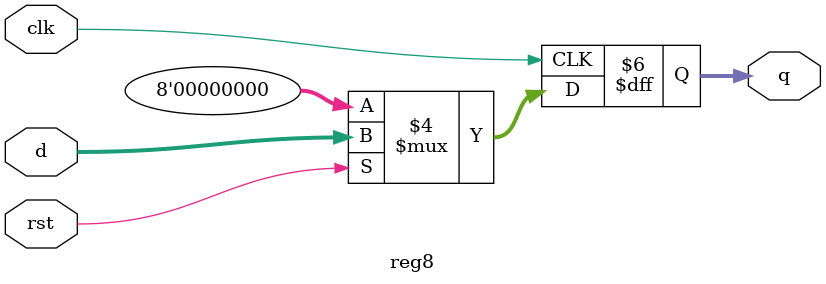
<source format=v>
`timescale 1ns/1ns

module reg8(clk, rst, d, q);
	input        clk, rst;
	input  [7:0] d;
	output [7:0] q;
	reg    [7:0] q;
	
	always@(posedge clk) begin
		if(rst == 1'b0) begin
			q <= 8'b00000000;
		end else begin
			q <= d;
		end
	end
	
endmodule

</source>
